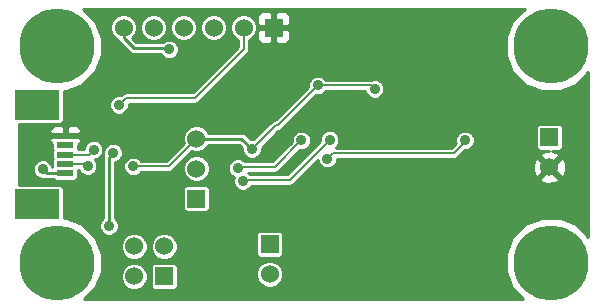
<source format=gbl>
G04 (created by PCBNEW (2013-05-31 BZR 4019)-stable) date 9/7/2014 5:27:28 PM*
%MOIN*%
G04 Gerber Fmt 3.4, Leading zero omitted, Abs format*
%FSLAX34Y34*%
G01*
G70*
G90*
G04 APERTURE LIST*
%ADD10C,0.00590551*%
%ADD11R,0.1496X0.0984*%
%ADD12R,0.0551X0.0197*%
%ADD13R,0.06X0.06*%
%ADD14C,0.06*%
%ADD15C,0.25*%
%ADD16C,0.035*%
%ADD17C,0.008*%
%ADD18C,0.01*%
%ADD19C,0.025*%
G04 APERTURE END LIST*
G54D10*
G54D11*
X44055Y-28956D03*
X44055Y-32264D03*
G54D12*
X45000Y-29980D03*
X45000Y-30295D03*
X45000Y-31240D03*
X45000Y-30925D03*
X45000Y-30610D03*
G54D13*
X49370Y-32082D03*
G54D14*
X49370Y-31082D03*
X49370Y-30082D03*
G54D13*
X48295Y-34673D03*
G54D14*
X47295Y-34673D03*
X48295Y-33673D03*
X47295Y-33673D03*
G54D13*
X51948Y-26377D03*
G54D14*
X50948Y-26377D03*
X49948Y-26377D03*
X48948Y-26377D03*
X47948Y-26377D03*
X46948Y-26377D03*
G54D13*
X61141Y-30031D03*
G54D14*
X61141Y-31031D03*
G54D15*
X44724Y-27007D03*
X44724Y-34212D03*
X61181Y-34212D03*
X61181Y-27007D03*
G54D13*
X51811Y-33594D03*
G54D14*
X51811Y-34594D03*
G54D16*
X46791Y-28956D03*
X45750Y-31000D03*
X45950Y-30450D03*
X48464Y-27106D03*
X46600Y-30550D03*
X46456Y-32992D03*
X47263Y-31003D03*
X55314Y-28425D03*
X53425Y-28307D03*
X51220Y-30433D03*
X58326Y-30137D03*
X53740Y-30748D03*
X47244Y-32519D03*
X46574Y-27559D03*
X46968Y-30236D03*
X50393Y-28759D03*
X55984Y-26082D03*
X51535Y-31889D03*
X55866Y-34251D03*
X56948Y-32381D03*
X56653Y-30236D03*
X57480Y-30039D03*
X59606Y-31397D03*
X52874Y-30137D03*
X50748Y-31062D03*
X53818Y-30118D03*
X50925Y-31496D03*
X44250Y-31100D03*
G54D17*
X50948Y-27102D02*
X50948Y-26377D01*
X49330Y-28720D02*
X50948Y-27102D01*
X47027Y-28720D02*
X49330Y-28720D01*
X46791Y-28956D02*
X47027Y-28720D01*
X45000Y-30925D02*
X45675Y-30925D01*
X45675Y-30925D02*
X45750Y-31000D01*
X45000Y-30610D02*
X45789Y-30610D01*
X45789Y-30610D02*
X45950Y-30450D01*
G54D18*
X46948Y-26732D02*
X46948Y-26377D01*
X47283Y-27066D02*
X46948Y-26732D01*
X48425Y-27066D02*
X47283Y-27066D01*
X48464Y-27106D02*
X48425Y-27066D01*
X46456Y-30693D02*
X46456Y-32992D01*
X46600Y-30550D02*
X46456Y-30693D01*
G54D17*
X47263Y-31003D02*
X48448Y-31003D01*
X48448Y-31003D02*
X49370Y-30082D01*
G54D18*
X49370Y-30082D02*
X50870Y-30082D01*
X50870Y-30082D02*
X51220Y-30433D01*
G54D17*
X53425Y-28307D02*
X55196Y-28307D01*
X55196Y-28307D02*
X55314Y-28425D01*
X52106Y-29625D02*
X53425Y-28307D01*
X52027Y-29625D02*
X52106Y-29625D01*
X51220Y-30433D02*
X52027Y-29625D01*
X58326Y-30196D02*
X58326Y-30137D01*
X57952Y-30570D02*
X58326Y-30196D01*
X53917Y-30570D02*
X57952Y-30570D01*
X53740Y-30748D02*
X53917Y-30570D01*
G54D19*
X59606Y-31397D02*
X59625Y-31397D01*
G54D17*
X51988Y-31023D02*
X52874Y-30137D01*
X50787Y-31023D02*
X51988Y-31023D01*
X50748Y-31062D02*
X50787Y-31023D01*
X52480Y-31456D02*
X53818Y-30118D01*
X50964Y-31456D02*
X52480Y-31456D01*
X50925Y-31496D02*
X50964Y-31456D01*
G54D18*
X45000Y-31240D02*
X44390Y-31240D01*
X44390Y-31240D02*
X44250Y-31100D01*
G54D10*
G36*
X62438Y-33349D02*
X62031Y-32941D01*
X61696Y-32802D01*
X61696Y-31113D01*
X61685Y-30894D01*
X61622Y-30743D01*
X61591Y-30734D01*
X61591Y-30301D01*
X61591Y-29701D01*
X61568Y-29646D01*
X61526Y-29604D01*
X61471Y-29581D01*
X61412Y-29581D01*
X60812Y-29581D01*
X60756Y-29604D01*
X60714Y-29646D01*
X60691Y-29701D01*
X60691Y-29761D01*
X60691Y-30361D01*
X60714Y-30416D01*
X60756Y-30458D01*
X60811Y-30481D01*
X60871Y-30481D01*
X61127Y-30481D01*
X61004Y-30487D01*
X60853Y-30550D01*
X60826Y-30645D01*
X61141Y-30960D01*
X61456Y-30645D01*
X61429Y-30550D01*
X61236Y-30481D01*
X61471Y-30481D01*
X61526Y-30458D01*
X61568Y-30416D01*
X61591Y-30361D01*
X61591Y-30301D01*
X61591Y-30734D01*
X61527Y-30716D01*
X61212Y-31031D01*
X61527Y-31346D01*
X61622Y-31319D01*
X61696Y-31113D01*
X61696Y-32802D01*
X61480Y-32712D01*
X61456Y-32712D01*
X61456Y-31417D01*
X61141Y-31102D01*
X61071Y-31172D01*
X61071Y-31031D01*
X60755Y-30716D01*
X60660Y-30743D01*
X60586Y-30949D01*
X60597Y-31168D01*
X60660Y-31319D01*
X60755Y-31346D01*
X61071Y-31031D01*
X61071Y-31172D01*
X60826Y-31417D01*
X60853Y-31512D01*
X61059Y-31586D01*
X61278Y-31575D01*
X61429Y-31512D01*
X61456Y-31417D01*
X61456Y-32712D01*
X60884Y-32712D01*
X60332Y-32940D01*
X59910Y-33361D01*
X59681Y-33912D01*
X59680Y-34509D01*
X59908Y-35061D01*
X60277Y-35431D01*
X58651Y-35431D01*
X58651Y-30073D01*
X58602Y-29953D01*
X58511Y-29862D01*
X58391Y-29812D01*
X58262Y-29812D01*
X58142Y-29862D01*
X58051Y-29953D01*
X58001Y-30072D01*
X58001Y-30202D01*
X58016Y-30238D01*
X57874Y-30380D01*
X55640Y-30380D01*
X55640Y-28360D01*
X55590Y-28241D01*
X55499Y-28149D01*
X55379Y-28100D01*
X55250Y-28100D01*
X55205Y-28118D01*
X55196Y-28117D01*
X53694Y-28117D01*
X53609Y-28031D01*
X53490Y-27982D01*
X53360Y-27982D01*
X53241Y-28031D01*
X53149Y-28122D01*
X53100Y-28242D01*
X53100Y-28363D01*
X52498Y-28964D01*
X52498Y-26628D01*
X52498Y-26127D01*
X52498Y-26028D01*
X52460Y-25936D01*
X52390Y-25865D01*
X52298Y-25827D01*
X52061Y-25827D01*
X51998Y-25890D01*
X51998Y-26327D01*
X52436Y-26327D01*
X52498Y-26265D01*
X52498Y-26127D01*
X52498Y-26628D01*
X52498Y-26490D01*
X52436Y-26427D01*
X51998Y-26427D01*
X51998Y-26865D01*
X52061Y-26927D01*
X52298Y-26927D01*
X52390Y-26890D01*
X52460Y-26819D01*
X52498Y-26727D01*
X52498Y-26628D01*
X52498Y-28964D01*
X52027Y-29435D01*
X52027Y-29435D01*
X52027Y-29435D01*
X52015Y-29438D01*
X51954Y-29450D01*
X51898Y-29487D01*
X51898Y-26865D01*
X51898Y-26427D01*
X51898Y-26327D01*
X51898Y-25890D01*
X51836Y-25827D01*
X51599Y-25827D01*
X51507Y-25865D01*
X51437Y-25936D01*
X51398Y-26028D01*
X51398Y-26127D01*
X51398Y-26265D01*
X51461Y-26327D01*
X51898Y-26327D01*
X51898Y-26427D01*
X51461Y-26427D01*
X51398Y-26490D01*
X51398Y-26288D01*
X51330Y-26123D01*
X51204Y-25996D01*
X51038Y-25928D01*
X50859Y-25927D01*
X50694Y-25996D01*
X50567Y-26122D01*
X50498Y-26288D01*
X50498Y-26467D01*
X50567Y-26632D01*
X50693Y-26759D01*
X50758Y-26786D01*
X50758Y-27023D01*
X50398Y-27383D01*
X50398Y-26288D01*
X50330Y-26123D01*
X50204Y-25996D01*
X50038Y-25928D01*
X49859Y-25927D01*
X49694Y-25996D01*
X49567Y-26122D01*
X49498Y-26288D01*
X49498Y-26467D01*
X49567Y-26632D01*
X49693Y-26759D01*
X49858Y-26827D01*
X50037Y-26828D01*
X50203Y-26759D01*
X50330Y-26633D01*
X50398Y-26467D01*
X50398Y-26288D01*
X50398Y-27383D01*
X49398Y-28383D01*
X49398Y-26288D01*
X49330Y-26123D01*
X49204Y-25996D01*
X49038Y-25928D01*
X48859Y-25927D01*
X48694Y-25996D01*
X48567Y-26122D01*
X48498Y-26288D01*
X48498Y-26467D01*
X48567Y-26632D01*
X48693Y-26759D01*
X48858Y-26827D01*
X49037Y-26828D01*
X49203Y-26759D01*
X49330Y-26633D01*
X49398Y-26467D01*
X49398Y-26288D01*
X49398Y-28383D01*
X49252Y-28530D01*
X48789Y-28530D01*
X48789Y-27041D01*
X48740Y-26922D01*
X48648Y-26830D01*
X48529Y-26781D01*
X48400Y-26781D01*
X48398Y-26781D01*
X48398Y-26288D01*
X48330Y-26123D01*
X48204Y-25996D01*
X48038Y-25928D01*
X47859Y-25927D01*
X47694Y-25996D01*
X47567Y-26122D01*
X47498Y-26288D01*
X47498Y-26467D01*
X47567Y-26632D01*
X47693Y-26759D01*
X47858Y-26827D01*
X48037Y-26828D01*
X48203Y-26759D01*
X48330Y-26633D01*
X48398Y-26467D01*
X48398Y-26288D01*
X48398Y-26781D01*
X48280Y-26830D01*
X48244Y-26866D01*
X47366Y-26866D01*
X47231Y-26731D01*
X47330Y-26633D01*
X47398Y-26467D01*
X47398Y-26288D01*
X47330Y-26123D01*
X47204Y-25996D01*
X47038Y-25928D01*
X46859Y-25927D01*
X46694Y-25996D01*
X46567Y-26122D01*
X46498Y-26288D01*
X46498Y-26467D01*
X46567Y-26632D01*
X46693Y-26759D01*
X46759Y-26786D01*
X46764Y-26808D01*
X46807Y-26873D01*
X47142Y-27208D01*
X47142Y-27208D01*
X47185Y-27237D01*
X47206Y-27251D01*
X47206Y-27251D01*
X47283Y-27266D01*
X48179Y-27266D01*
X48188Y-27290D01*
X48280Y-27381D01*
X48399Y-27431D01*
X48528Y-27431D01*
X48648Y-27381D01*
X48739Y-27290D01*
X48789Y-27171D01*
X48789Y-27041D01*
X48789Y-28530D01*
X47027Y-28530D01*
X46954Y-28544D01*
X46893Y-28586D01*
X46847Y-28631D01*
X46726Y-28631D01*
X46607Y-28681D01*
X46515Y-28772D01*
X46466Y-28891D01*
X46466Y-29021D01*
X46515Y-29140D01*
X46607Y-29232D01*
X46726Y-29281D01*
X46855Y-29281D01*
X46975Y-29232D01*
X47066Y-29141D01*
X47116Y-29021D01*
X47116Y-28910D01*
X49330Y-28910D01*
X49403Y-28896D01*
X49465Y-28854D01*
X51083Y-27236D01*
X51083Y-27236D01*
X51083Y-27236D01*
X51124Y-27175D01*
X51138Y-27102D01*
X51138Y-27102D01*
X51138Y-27102D01*
X51138Y-26786D01*
X51203Y-26759D01*
X51330Y-26633D01*
X51398Y-26467D01*
X51398Y-26288D01*
X51398Y-26490D01*
X51398Y-26490D01*
X51398Y-26628D01*
X51398Y-26727D01*
X51437Y-26819D01*
X51507Y-26890D01*
X51599Y-26927D01*
X51836Y-26927D01*
X51898Y-26865D01*
X51898Y-29487D01*
X51893Y-29491D01*
X51893Y-29491D01*
X51276Y-30108D01*
X51178Y-30108D01*
X51011Y-29941D01*
X50946Y-29897D01*
X50870Y-29882D01*
X49774Y-29882D01*
X49751Y-29828D01*
X49625Y-29701D01*
X49459Y-29632D01*
X49280Y-29632D01*
X49115Y-29700D01*
X48988Y-29827D01*
X48920Y-29992D01*
X48920Y-30171D01*
X48946Y-30237D01*
X48370Y-30813D01*
X47533Y-30813D01*
X47448Y-30728D01*
X47328Y-30678D01*
X47199Y-30678D01*
X47079Y-30728D01*
X46988Y-30819D01*
X46938Y-30939D01*
X46938Y-31068D01*
X46988Y-31187D01*
X47079Y-31279D01*
X47198Y-31328D01*
X47328Y-31328D01*
X47447Y-31279D01*
X47533Y-31193D01*
X48448Y-31193D01*
X48521Y-31179D01*
X48583Y-31138D01*
X49215Y-30505D01*
X49280Y-30532D01*
X49459Y-30532D01*
X49624Y-30464D01*
X49751Y-30337D01*
X49774Y-30282D01*
X50787Y-30282D01*
X50895Y-30390D01*
X50895Y-30497D01*
X50944Y-30616D01*
X51036Y-30708D01*
X51155Y-30758D01*
X51284Y-30758D01*
X51404Y-30708D01*
X51495Y-30617D01*
X51545Y-30498D01*
X51545Y-30376D01*
X52106Y-29815D01*
X52106Y-29815D01*
X52179Y-29801D01*
X52240Y-29760D01*
X53368Y-28632D01*
X53489Y-28632D01*
X53609Y-28582D01*
X53694Y-28497D01*
X54993Y-28497D01*
X55039Y-28609D01*
X55130Y-28700D01*
X55250Y-28750D01*
X55379Y-28750D01*
X55498Y-28700D01*
X55590Y-28609D01*
X55639Y-28490D01*
X55640Y-28360D01*
X55640Y-30380D01*
X54015Y-30380D01*
X54094Y-30302D01*
X54143Y-30183D01*
X54143Y-30053D01*
X54094Y-29934D01*
X54003Y-29842D01*
X53883Y-29793D01*
X53754Y-29793D01*
X53635Y-29842D01*
X53543Y-29933D01*
X53493Y-30053D01*
X53493Y-30174D01*
X52401Y-31266D01*
X51155Y-31266D01*
X51109Y-31220D01*
X51092Y-31213D01*
X51988Y-31213D01*
X52060Y-31199D01*
X52122Y-31157D01*
X52817Y-30462D01*
X52938Y-30462D01*
X53057Y-30413D01*
X53149Y-30322D01*
X53198Y-30202D01*
X53199Y-30073D01*
X53149Y-29953D01*
X53058Y-29862D01*
X52938Y-29812D01*
X52809Y-29812D01*
X52690Y-29862D01*
X52598Y-29953D01*
X52549Y-30072D01*
X52548Y-30194D01*
X51909Y-30833D01*
X50978Y-30833D01*
X50932Y-30787D01*
X50812Y-30738D01*
X50683Y-30737D01*
X50564Y-30787D01*
X50472Y-30878D01*
X50423Y-30998D01*
X50422Y-31127D01*
X50472Y-31246D01*
X50563Y-31338D01*
X50627Y-31364D01*
X50600Y-31431D01*
X50600Y-31560D01*
X50649Y-31679D01*
X50740Y-31771D01*
X50860Y-31821D01*
X50989Y-31821D01*
X51109Y-31771D01*
X51200Y-31680D01*
X51214Y-31646D01*
X52480Y-31646D01*
X52553Y-31632D01*
X52614Y-31591D01*
X53415Y-30790D01*
X53415Y-30812D01*
X53464Y-30931D01*
X53555Y-31023D01*
X53675Y-31072D01*
X53804Y-31073D01*
X53924Y-31023D01*
X54015Y-30932D01*
X54065Y-30812D01*
X54065Y-30760D01*
X57952Y-30760D01*
X58025Y-30746D01*
X58087Y-30705D01*
X58329Y-30462D01*
X58391Y-30462D01*
X58510Y-30413D01*
X58602Y-30322D01*
X58651Y-30202D01*
X58651Y-30073D01*
X58651Y-35431D01*
X52261Y-35431D01*
X52261Y-34505D01*
X52261Y-34505D01*
X52261Y-33864D01*
X52261Y-33264D01*
X52238Y-33209D01*
X52196Y-33167D01*
X52140Y-33144D01*
X52081Y-33144D01*
X51481Y-33144D01*
X51426Y-33167D01*
X51383Y-33209D01*
X51361Y-33264D01*
X51360Y-33324D01*
X51360Y-33924D01*
X51383Y-33979D01*
X51425Y-34021D01*
X51481Y-34044D01*
X51540Y-34044D01*
X52140Y-34044D01*
X52195Y-34021D01*
X52238Y-33979D01*
X52260Y-33924D01*
X52261Y-33864D01*
X52261Y-34505D01*
X52192Y-34339D01*
X52066Y-34213D01*
X51900Y-34144D01*
X51721Y-34144D01*
X51556Y-34212D01*
X51429Y-34339D01*
X51361Y-34504D01*
X51360Y-34683D01*
X51429Y-34849D01*
X51555Y-34975D01*
X51721Y-35044D01*
X51900Y-35044D01*
X52065Y-34976D01*
X52192Y-34849D01*
X52260Y-34684D01*
X52261Y-34505D01*
X52261Y-35431D01*
X49820Y-35431D01*
X49820Y-30993D01*
X49751Y-30828D01*
X49625Y-30701D01*
X49459Y-30632D01*
X49280Y-30632D01*
X49115Y-30700D01*
X48988Y-30827D01*
X48920Y-30992D01*
X48920Y-31171D01*
X48988Y-31337D01*
X49114Y-31463D01*
X49280Y-31532D01*
X49459Y-31532D01*
X49624Y-31464D01*
X49751Y-31337D01*
X49820Y-31172D01*
X49820Y-30993D01*
X49820Y-35431D01*
X49820Y-35431D01*
X49820Y-32352D01*
X49820Y-31752D01*
X49797Y-31697D01*
X49755Y-31655D01*
X49700Y-31632D01*
X49640Y-31632D01*
X49040Y-31632D01*
X48985Y-31655D01*
X48942Y-31697D01*
X48920Y-31752D01*
X48920Y-31812D01*
X48920Y-32412D01*
X48942Y-32467D01*
X48984Y-32509D01*
X49040Y-32532D01*
X49099Y-32532D01*
X49699Y-32532D01*
X49754Y-32509D01*
X49797Y-32467D01*
X49820Y-32412D01*
X49820Y-32352D01*
X49820Y-35431D01*
X48745Y-35431D01*
X48745Y-33584D01*
X48676Y-33418D01*
X48550Y-33291D01*
X48385Y-33223D01*
X48206Y-33223D01*
X48040Y-33291D01*
X47914Y-33417D01*
X47845Y-33583D01*
X47845Y-33762D01*
X47913Y-33927D01*
X48040Y-34054D01*
X48205Y-34123D01*
X48384Y-34123D01*
X48549Y-34054D01*
X48676Y-33928D01*
X48745Y-33763D01*
X48745Y-33584D01*
X48745Y-35431D01*
X48745Y-35431D01*
X48745Y-34943D01*
X48745Y-34343D01*
X48722Y-34288D01*
X48680Y-34246D01*
X48625Y-34223D01*
X48565Y-34223D01*
X47965Y-34223D01*
X47910Y-34245D01*
X47868Y-34288D01*
X47845Y-34343D01*
X47845Y-34402D01*
X47845Y-35002D01*
X47868Y-35058D01*
X47910Y-35100D01*
X47965Y-35123D01*
X48024Y-35123D01*
X48624Y-35123D01*
X48680Y-35100D01*
X48722Y-35058D01*
X48745Y-35003D01*
X48745Y-34943D01*
X48745Y-35431D01*
X47745Y-35431D01*
X47745Y-34584D01*
X47745Y-33584D01*
X47676Y-33418D01*
X47550Y-33291D01*
X47385Y-33223D01*
X47206Y-33223D01*
X47040Y-33291D01*
X46925Y-33406D01*
X46925Y-30485D01*
X46875Y-30366D01*
X46784Y-30274D01*
X46664Y-30225D01*
X46535Y-30224D01*
X46416Y-30274D01*
X46324Y-30365D01*
X46275Y-30485D01*
X46275Y-30385D01*
X46225Y-30266D01*
X46134Y-30174D01*
X46014Y-30125D01*
X45885Y-30124D01*
X45766Y-30174D01*
X45674Y-30265D01*
X45625Y-30385D01*
X45625Y-30420D01*
X45425Y-30420D01*
X45425Y-30364D01*
X45425Y-30282D01*
X45487Y-30220D01*
X45525Y-30128D01*
X45525Y-29832D01*
X45487Y-29740D01*
X45417Y-29669D01*
X45325Y-29631D01*
X45226Y-29631D01*
X45112Y-29631D01*
X45050Y-29694D01*
X45050Y-29930D01*
X45463Y-29930D01*
X45525Y-29868D01*
X45525Y-29832D01*
X45525Y-30128D01*
X45525Y-30091D01*
X45463Y-30029D01*
X45050Y-30029D01*
X45050Y-30038D01*
X44950Y-30038D01*
X44950Y-30029D01*
X44950Y-29930D01*
X44950Y-29694D01*
X44887Y-29631D01*
X44774Y-29631D01*
X44674Y-29631D01*
X44583Y-29669D01*
X44512Y-29740D01*
X44474Y-29832D01*
X44474Y-29868D01*
X44537Y-29930D01*
X44950Y-29930D01*
X44950Y-30029D01*
X44537Y-30029D01*
X44474Y-30091D01*
X44474Y-30128D01*
X44512Y-30220D01*
X44574Y-30282D01*
X44574Y-30423D01*
X44587Y-30452D01*
X44574Y-30481D01*
X44574Y-30541D01*
X44574Y-30738D01*
X44587Y-30767D01*
X44574Y-30796D01*
X44574Y-30856D01*
X44574Y-31035D01*
X44525Y-30916D01*
X44434Y-30824D01*
X44314Y-30775D01*
X44185Y-30774D01*
X44066Y-30824D01*
X43974Y-30915D01*
X43925Y-31035D01*
X43924Y-31164D01*
X43974Y-31283D01*
X44065Y-31375D01*
X44185Y-31424D01*
X44313Y-31425D01*
X44313Y-31425D01*
X44390Y-31440D01*
X44390Y-31440D01*
X44614Y-31440D01*
X44639Y-31465D01*
X44694Y-31488D01*
X44754Y-31488D01*
X45305Y-31488D01*
X45360Y-31465D01*
X45403Y-31423D01*
X45425Y-31368D01*
X45425Y-31309D01*
X45425Y-31115D01*
X45445Y-31115D01*
X45474Y-31183D01*
X45565Y-31275D01*
X45685Y-31324D01*
X45814Y-31325D01*
X45933Y-31275D01*
X46025Y-31184D01*
X46074Y-31064D01*
X46075Y-30935D01*
X46025Y-30816D01*
X45984Y-30775D01*
X46014Y-30775D01*
X46133Y-30725D01*
X46225Y-30634D01*
X46274Y-30514D01*
X46275Y-30385D01*
X46275Y-30485D01*
X46274Y-30612D01*
X46271Y-30616D01*
X46256Y-30693D01*
X46256Y-32732D01*
X46181Y-32807D01*
X46131Y-32927D01*
X46131Y-33056D01*
X46181Y-33175D01*
X46272Y-33267D01*
X46391Y-33317D01*
X46521Y-33317D01*
X46640Y-33267D01*
X46732Y-33176D01*
X46781Y-33057D01*
X46781Y-32927D01*
X46732Y-32808D01*
X46656Y-32732D01*
X46656Y-30875D01*
X46664Y-30875D01*
X46783Y-30825D01*
X46875Y-30734D01*
X46924Y-30614D01*
X46925Y-30485D01*
X46925Y-33406D01*
X46914Y-33417D01*
X46845Y-33583D01*
X46845Y-33762D01*
X46913Y-33927D01*
X47040Y-34054D01*
X47205Y-34123D01*
X47384Y-34123D01*
X47549Y-34054D01*
X47676Y-33928D01*
X47745Y-33763D01*
X47745Y-33584D01*
X47745Y-34584D01*
X47676Y-34418D01*
X47550Y-34291D01*
X47385Y-34223D01*
X47206Y-34223D01*
X47040Y-34291D01*
X46914Y-34417D01*
X46845Y-34583D01*
X46845Y-34762D01*
X46913Y-34927D01*
X47040Y-35054D01*
X47205Y-35123D01*
X47384Y-35123D01*
X47549Y-35054D01*
X47676Y-34928D01*
X47745Y-34763D01*
X47745Y-34584D01*
X47745Y-35431D01*
X45627Y-35431D01*
X45995Y-35063D01*
X46224Y-34512D01*
X46224Y-33915D01*
X45996Y-33364D01*
X45575Y-32941D01*
X45024Y-32712D01*
X44953Y-32712D01*
X44953Y-31742D01*
X44930Y-31687D01*
X44888Y-31645D01*
X44833Y-31622D01*
X44773Y-31622D01*
X43466Y-31622D01*
X43466Y-29598D01*
X44833Y-29598D01*
X44888Y-29575D01*
X44930Y-29533D01*
X44953Y-29478D01*
X44953Y-29418D01*
X44953Y-28508D01*
X45021Y-28508D01*
X45572Y-28280D01*
X45995Y-27858D01*
X46224Y-27307D01*
X46224Y-26710D01*
X45996Y-26159D01*
X45588Y-25750D01*
X60317Y-25750D01*
X59910Y-26157D01*
X59681Y-26708D01*
X59680Y-27304D01*
X59908Y-27856D01*
X60330Y-28278D01*
X60881Y-28507D01*
X61478Y-28508D01*
X62029Y-28280D01*
X62438Y-27871D01*
X62438Y-33349D01*
X62438Y-33349D01*
G37*
G54D18*
X62438Y-33349D02*
X62031Y-32941D01*
X61696Y-32802D01*
X61696Y-31113D01*
X61685Y-30894D01*
X61622Y-30743D01*
X61591Y-30734D01*
X61591Y-30301D01*
X61591Y-29701D01*
X61568Y-29646D01*
X61526Y-29604D01*
X61471Y-29581D01*
X61412Y-29581D01*
X60812Y-29581D01*
X60756Y-29604D01*
X60714Y-29646D01*
X60691Y-29701D01*
X60691Y-29761D01*
X60691Y-30361D01*
X60714Y-30416D01*
X60756Y-30458D01*
X60811Y-30481D01*
X60871Y-30481D01*
X61127Y-30481D01*
X61004Y-30487D01*
X60853Y-30550D01*
X60826Y-30645D01*
X61141Y-30960D01*
X61456Y-30645D01*
X61429Y-30550D01*
X61236Y-30481D01*
X61471Y-30481D01*
X61526Y-30458D01*
X61568Y-30416D01*
X61591Y-30361D01*
X61591Y-30301D01*
X61591Y-30734D01*
X61527Y-30716D01*
X61212Y-31031D01*
X61527Y-31346D01*
X61622Y-31319D01*
X61696Y-31113D01*
X61696Y-32802D01*
X61480Y-32712D01*
X61456Y-32712D01*
X61456Y-31417D01*
X61141Y-31102D01*
X61071Y-31172D01*
X61071Y-31031D01*
X60755Y-30716D01*
X60660Y-30743D01*
X60586Y-30949D01*
X60597Y-31168D01*
X60660Y-31319D01*
X60755Y-31346D01*
X61071Y-31031D01*
X61071Y-31172D01*
X60826Y-31417D01*
X60853Y-31512D01*
X61059Y-31586D01*
X61278Y-31575D01*
X61429Y-31512D01*
X61456Y-31417D01*
X61456Y-32712D01*
X60884Y-32712D01*
X60332Y-32940D01*
X59910Y-33361D01*
X59681Y-33912D01*
X59680Y-34509D01*
X59908Y-35061D01*
X60277Y-35431D01*
X58651Y-35431D01*
X58651Y-30073D01*
X58602Y-29953D01*
X58511Y-29862D01*
X58391Y-29812D01*
X58262Y-29812D01*
X58142Y-29862D01*
X58051Y-29953D01*
X58001Y-30072D01*
X58001Y-30202D01*
X58016Y-30238D01*
X57874Y-30380D01*
X55640Y-30380D01*
X55640Y-28360D01*
X55590Y-28241D01*
X55499Y-28149D01*
X55379Y-28100D01*
X55250Y-28100D01*
X55205Y-28118D01*
X55196Y-28117D01*
X53694Y-28117D01*
X53609Y-28031D01*
X53490Y-27982D01*
X53360Y-27982D01*
X53241Y-28031D01*
X53149Y-28122D01*
X53100Y-28242D01*
X53100Y-28363D01*
X52498Y-28964D01*
X52498Y-26628D01*
X52498Y-26127D01*
X52498Y-26028D01*
X52460Y-25936D01*
X52390Y-25865D01*
X52298Y-25827D01*
X52061Y-25827D01*
X51998Y-25890D01*
X51998Y-26327D01*
X52436Y-26327D01*
X52498Y-26265D01*
X52498Y-26127D01*
X52498Y-26628D01*
X52498Y-26490D01*
X52436Y-26427D01*
X51998Y-26427D01*
X51998Y-26865D01*
X52061Y-26927D01*
X52298Y-26927D01*
X52390Y-26890D01*
X52460Y-26819D01*
X52498Y-26727D01*
X52498Y-26628D01*
X52498Y-28964D01*
X52027Y-29435D01*
X52027Y-29435D01*
X52027Y-29435D01*
X52015Y-29438D01*
X51954Y-29450D01*
X51898Y-29487D01*
X51898Y-26865D01*
X51898Y-26427D01*
X51898Y-26327D01*
X51898Y-25890D01*
X51836Y-25827D01*
X51599Y-25827D01*
X51507Y-25865D01*
X51437Y-25936D01*
X51398Y-26028D01*
X51398Y-26127D01*
X51398Y-26265D01*
X51461Y-26327D01*
X51898Y-26327D01*
X51898Y-26427D01*
X51461Y-26427D01*
X51398Y-26490D01*
X51398Y-26288D01*
X51330Y-26123D01*
X51204Y-25996D01*
X51038Y-25928D01*
X50859Y-25927D01*
X50694Y-25996D01*
X50567Y-26122D01*
X50498Y-26288D01*
X50498Y-26467D01*
X50567Y-26632D01*
X50693Y-26759D01*
X50758Y-26786D01*
X50758Y-27023D01*
X50398Y-27383D01*
X50398Y-26288D01*
X50330Y-26123D01*
X50204Y-25996D01*
X50038Y-25928D01*
X49859Y-25927D01*
X49694Y-25996D01*
X49567Y-26122D01*
X49498Y-26288D01*
X49498Y-26467D01*
X49567Y-26632D01*
X49693Y-26759D01*
X49858Y-26827D01*
X50037Y-26828D01*
X50203Y-26759D01*
X50330Y-26633D01*
X50398Y-26467D01*
X50398Y-26288D01*
X50398Y-27383D01*
X49398Y-28383D01*
X49398Y-26288D01*
X49330Y-26123D01*
X49204Y-25996D01*
X49038Y-25928D01*
X48859Y-25927D01*
X48694Y-25996D01*
X48567Y-26122D01*
X48498Y-26288D01*
X48498Y-26467D01*
X48567Y-26632D01*
X48693Y-26759D01*
X48858Y-26827D01*
X49037Y-26828D01*
X49203Y-26759D01*
X49330Y-26633D01*
X49398Y-26467D01*
X49398Y-26288D01*
X49398Y-28383D01*
X49252Y-28530D01*
X48789Y-28530D01*
X48789Y-27041D01*
X48740Y-26922D01*
X48648Y-26830D01*
X48529Y-26781D01*
X48400Y-26781D01*
X48398Y-26781D01*
X48398Y-26288D01*
X48330Y-26123D01*
X48204Y-25996D01*
X48038Y-25928D01*
X47859Y-25927D01*
X47694Y-25996D01*
X47567Y-26122D01*
X47498Y-26288D01*
X47498Y-26467D01*
X47567Y-26632D01*
X47693Y-26759D01*
X47858Y-26827D01*
X48037Y-26828D01*
X48203Y-26759D01*
X48330Y-26633D01*
X48398Y-26467D01*
X48398Y-26288D01*
X48398Y-26781D01*
X48280Y-26830D01*
X48244Y-26866D01*
X47366Y-26866D01*
X47231Y-26731D01*
X47330Y-26633D01*
X47398Y-26467D01*
X47398Y-26288D01*
X47330Y-26123D01*
X47204Y-25996D01*
X47038Y-25928D01*
X46859Y-25927D01*
X46694Y-25996D01*
X46567Y-26122D01*
X46498Y-26288D01*
X46498Y-26467D01*
X46567Y-26632D01*
X46693Y-26759D01*
X46759Y-26786D01*
X46764Y-26808D01*
X46807Y-26873D01*
X47142Y-27208D01*
X47142Y-27208D01*
X47185Y-27237D01*
X47206Y-27251D01*
X47206Y-27251D01*
X47283Y-27266D01*
X48179Y-27266D01*
X48188Y-27290D01*
X48280Y-27381D01*
X48399Y-27431D01*
X48528Y-27431D01*
X48648Y-27381D01*
X48739Y-27290D01*
X48789Y-27171D01*
X48789Y-27041D01*
X48789Y-28530D01*
X47027Y-28530D01*
X46954Y-28544D01*
X46893Y-28586D01*
X46847Y-28631D01*
X46726Y-28631D01*
X46607Y-28681D01*
X46515Y-28772D01*
X46466Y-28891D01*
X46466Y-29021D01*
X46515Y-29140D01*
X46607Y-29232D01*
X46726Y-29281D01*
X46855Y-29281D01*
X46975Y-29232D01*
X47066Y-29141D01*
X47116Y-29021D01*
X47116Y-28910D01*
X49330Y-28910D01*
X49403Y-28896D01*
X49465Y-28854D01*
X51083Y-27236D01*
X51083Y-27236D01*
X51083Y-27236D01*
X51124Y-27175D01*
X51138Y-27102D01*
X51138Y-27102D01*
X51138Y-27102D01*
X51138Y-26786D01*
X51203Y-26759D01*
X51330Y-26633D01*
X51398Y-26467D01*
X51398Y-26288D01*
X51398Y-26490D01*
X51398Y-26490D01*
X51398Y-26628D01*
X51398Y-26727D01*
X51437Y-26819D01*
X51507Y-26890D01*
X51599Y-26927D01*
X51836Y-26927D01*
X51898Y-26865D01*
X51898Y-29487D01*
X51893Y-29491D01*
X51893Y-29491D01*
X51276Y-30108D01*
X51178Y-30108D01*
X51011Y-29941D01*
X50946Y-29897D01*
X50870Y-29882D01*
X49774Y-29882D01*
X49751Y-29828D01*
X49625Y-29701D01*
X49459Y-29632D01*
X49280Y-29632D01*
X49115Y-29700D01*
X48988Y-29827D01*
X48920Y-29992D01*
X48920Y-30171D01*
X48946Y-30237D01*
X48370Y-30813D01*
X47533Y-30813D01*
X47448Y-30728D01*
X47328Y-30678D01*
X47199Y-30678D01*
X47079Y-30728D01*
X46988Y-30819D01*
X46938Y-30939D01*
X46938Y-31068D01*
X46988Y-31187D01*
X47079Y-31279D01*
X47198Y-31328D01*
X47328Y-31328D01*
X47447Y-31279D01*
X47533Y-31193D01*
X48448Y-31193D01*
X48521Y-31179D01*
X48583Y-31138D01*
X49215Y-30505D01*
X49280Y-30532D01*
X49459Y-30532D01*
X49624Y-30464D01*
X49751Y-30337D01*
X49774Y-30282D01*
X50787Y-30282D01*
X50895Y-30390D01*
X50895Y-30497D01*
X50944Y-30616D01*
X51036Y-30708D01*
X51155Y-30758D01*
X51284Y-30758D01*
X51404Y-30708D01*
X51495Y-30617D01*
X51545Y-30498D01*
X51545Y-30376D01*
X52106Y-29815D01*
X52106Y-29815D01*
X52179Y-29801D01*
X52240Y-29760D01*
X53368Y-28632D01*
X53489Y-28632D01*
X53609Y-28582D01*
X53694Y-28497D01*
X54993Y-28497D01*
X55039Y-28609D01*
X55130Y-28700D01*
X55250Y-28750D01*
X55379Y-28750D01*
X55498Y-28700D01*
X55590Y-28609D01*
X55639Y-28490D01*
X55640Y-28360D01*
X55640Y-30380D01*
X54015Y-30380D01*
X54094Y-30302D01*
X54143Y-30183D01*
X54143Y-30053D01*
X54094Y-29934D01*
X54003Y-29842D01*
X53883Y-29793D01*
X53754Y-29793D01*
X53635Y-29842D01*
X53543Y-29933D01*
X53493Y-30053D01*
X53493Y-30174D01*
X52401Y-31266D01*
X51155Y-31266D01*
X51109Y-31220D01*
X51092Y-31213D01*
X51988Y-31213D01*
X52060Y-31199D01*
X52122Y-31157D01*
X52817Y-30462D01*
X52938Y-30462D01*
X53057Y-30413D01*
X53149Y-30322D01*
X53198Y-30202D01*
X53199Y-30073D01*
X53149Y-29953D01*
X53058Y-29862D01*
X52938Y-29812D01*
X52809Y-29812D01*
X52690Y-29862D01*
X52598Y-29953D01*
X52549Y-30072D01*
X52548Y-30194D01*
X51909Y-30833D01*
X50978Y-30833D01*
X50932Y-30787D01*
X50812Y-30738D01*
X50683Y-30737D01*
X50564Y-30787D01*
X50472Y-30878D01*
X50423Y-30998D01*
X50422Y-31127D01*
X50472Y-31246D01*
X50563Y-31338D01*
X50627Y-31364D01*
X50600Y-31431D01*
X50600Y-31560D01*
X50649Y-31679D01*
X50740Y-31771D01*
X50860Y-31821D01*
X50989Y-31821D01*
X51109Y-31771D01*
X51200Y-31680D01*
X51214Y-31646D01*
X52480Y-31646D01*
X52553Y-31632D01*
X52614Y-31591D01*
X53415Y-30790D01*
X53415Y-30812D01*
X53464Y-30931D01*
X53555Y-31023D01*
X53675Y-31072D01*
X53804Y-31073D01*
X53924Y-31023D01*
X54015Y-30932D01*
X54065Y-30812D01*
X54065Y-30760D01*
X57952Y-30760D01*
X58025Y-30746D01*
X58087Y-30705D01*
X58329Y-30462D01*
X58391Y-30462D01*
X58510Y-30413D01*
X58602Y-30322D01*
X58651Y-30202D01*
X58651Y-30073D01*
X58651Y-35431D01*
X52261Y-35431D01*
X52261Y-34505D01*
X52261Y-34505D01*
X52261Y-33864D01*
X52261Y-33264D01*
X52238Y-33209D01*
X52196Y-33167D01*
X52140Y-33144D01*
X52081Y-33144D01*
X51481Y-33144D01*
X51426Y-33167D01*
X51383Y-33209D01*
X51361Y-33264D01*
X51360Y-33324D01*
X51360Y-33924D01*
X51383Y-33979D01*
X51425Y-34021D01*
X51481Y-34044D01*
X51540Y-34044D01*
X52140Y-34044D01*
X52195Y-34021D01*
X52238Y-33979D01*
X52260Y-33924D01*
X52261Y-33864D01*
X52261Y-34505D01*
X52192Y-34339D01*
X52066Y-34213D01*
X51900Y-34144D01*
X51721Y-34144D01*
X51556Y-34212D01*
X51429Y-34339D01*
X51361Y-34504D01*
X51360Y-34683D01*
X51429Y-34849D01*
X51555Y-34975D01*
X51721Y-35044D01*
X51900Y-35044D01*
X52065Y-34976D01*
X52192Y-34849D01*
X52260Y-34684D01*
X52261Y-34505D01*
X52261Y-35431D01*
X49820Y-35431D01*
X49820Y-30993D01*
X49751Y-30828D01*
X49625Y-30701D01*
X49459Y-30632D01*
X49280Y-30632D01*
X49115Y-30700D01*
X48988Y-30827D01*
X48920Y-30992D01*
X48920Y-31171D01*
X48988Y-31337D01*
X49114Y-31463D01*
X49280Y-31532D01*
X49459Y-31532D01*
X49624Y-31464D01*
X49751Y-31337D01*
X49820Y-31172D01*
X49820Y-30993D01*
X49820Y-35431D01*
X49820Y-35431D01*
X49820Y-32352D01*
X49820Y-31752D01*
X49797Y-31697D01*
X49755Y-31655D01*
X49700Y-31632D01*
X49640Y-31632D01*
X49040Y-31632D01*
X48985Y-31655D01*
X48942Y-31697D01*
X48920Y-31752D01*
X48920Y-31812D01*
X48920Y-32412D01*
X48942Y-32467D01*
X48984Y-32509D01*
X49040Y-32532D01*
X49099Y-32532D01*
X49699Y-32532D01*
X49754Y-32509D01*
X49797Y-32467D01*
X49820Y-32412D01*
X49820Y-32352D01*
X49820Y-35431D01*
X48745Y-35431D01*
X48745Y-33584D01*
X48676Y-33418D01*
X48550Y-33291D01*
X48385Y-33223D01*
X48206Y-33223D01*
X48040Y-33291D01*
X47914Y-33417D01*
X47845Y-33583D01*
X47845Y-33762D01*
X47913Y-33927D01*
X48040Y-34054D01*
X48205Y-34123D01*
X48384Y-34123D01*
X48549Y-34054D01*
X48676Y-33928D01*
X48745Y-33763D01*
X48745Y-33584D01*
X48745Y-35431D01*
X48745Y-35431D01*
X48745Y-34943D01*
X48745Y-34343D01*
X48722Y-34288D01*
X48680Y-34246D01*
X48625Y-34223D01*
X48565Y-34223D01*
X47965Y-34223D01*
X47910Y-34245D01*
X47868Y-34288D01*
X47845Y-34343D01*
X47845Y-34402D01*
X47845Y-35002D01*
X47868Y-35058D01*
X47910Y-35100D01*
X47965Y-35123D01*
X48024Y-35123D01*
X48624Y-35123D01*
X48680Y-35100D01*
X48722Y-35058D01*
X48745Y-35003D01*
X48745Y-34943D01*
X48745Y-35431D01*
X47745Y-35431D01*
X47745Y-34584D01*
X47745Y-33584D01*
X47676Y-33418D01*
X47550Y-33291D01*
X47385Y-33223D01*
X47206Y-33223D01*
X47040Y-33291D01*
X46925Y-33406D01*
X46925Y-30485D01*
X46875Y-30366D01*
X46784Y-30274D01*
X46664Y-30225D01*
X46535Y-30224D01*
X46416Y-30274D01*
X46324Y-30365D01*
X46275Y-30485D01*
X46275Y-30385D01*
X46225Y-30266D01*
X46134Y-30174D01*
X46014Y-30125D01*
X45885Y-30124D01*
X45766Y-30174D01*
X45674Y-30265D01*
X45625Y-30385D01*
X45625Y-30420D01*
X45425Y-30420D01*
X45425Y-30364D01*
X45425Y-30282D01*
X45487Y-30220D01*
X45525Y-30128D01*
X45525Y-29832D01*
X45487Y-29740D01*
X45417Y-29669D01*
X45325Y-29631D01*
X45226Y-29631D01*
X45112Y-29631D01*
X45050Y-29694D01*
X45050Y-29930D01*
X45463Y-29930D01*
X45525Y-29868D01*
X45525Y-29832D01*
X45525Y-30128D01*
X45525Y-30091D01*
X45463Y-30029D01*
X45050Y-30029D01*
X45050Y-30038D01*
X44950Y-30038D01*
X44950Y-30029D01*
X44950Y-29930D01*
X44950Y-29694D01*
X44887Y-29631D01*
X44774Y-29631D01*
X44674Y-29631D01*
X44583Y-29669D01*
X44512Y-29740D01*
X44474Y-29832D01*
X44474Y-29868D01*
X44537Y-29930D01*
X44950Y-29930D01*
X44950Y-30029D01*
X44537Y-30029D01*
X44474Y-30091D01*
X44474Y-30128D01*
X44512Y-30220D01*
X44574Y-30282D01*
X44574Y-30423D01*
X44587Y-30452D01*
X44574Y-30481D01*
X44574Y-30541D01*
X44574Y-30738D01*
X44587Y-30767D01*
X44574Y-30796D01*
X44574Y-30856D01*
X44574Y-31035D01*
X44525Y-30916D01*
X44434Y-30824D01*
X44314Y-30775D01*
X44185Y-30774D01*
X44066Y-30824D01*
X43974Y-30915D01*
X43925Y-31035D01*
X43924Y-31164D01*
X43974Y-31283D01*
X44065Y-31375D01*
X44185Y-31424D01*
X44313Y-31425D01*
X44313Y-31425D01*
X44390Y-31440D01*
X44390Y-31440D01*
X44614Y-31440D01*
X44639Y-31465D01*
X44694Y-31488D01*
X44754Y-31488D01*
X45305Y-31488D01*
X45360Y-31465D01*
X45403Y-31423D01*
X45425Y-31368D01*
X45425Y-31309D01*
X45425Y-31115D01*
X45445Y-31115D01*
X45474Y-31183D01*
X45565Y-31275D01*
X45685Y-31324D01*
X45814Y-31325D01*
X45933Y-31275D01*
X46025Y-31184D01*
X46074Y-31064D01*
X46075Y-30935D01*
X46025Y-30816D01*
X45984Y-30775D01*
X46014Y-30775D01*
X46133Y-30725D01*
X46225Y-30634D01*
X46274Y-30514D01*
X46275Y-30385D01*
X46275Y-30485D01*
X46274Y-30612D01*
X46271Y-30616D01*
X46256Y-30693D01*
X46256Y-32732D01*
X46181Y-32807D01*
X46131Y-32927D01*
X46131Y-33056D01*
X46181Y-33175D01*
X46272Y-33267D01*
X46391Y-33317D01*
X46521Y-33317D01*
X46640Y-33267D01*
X46732Y-33176D01*
X46781Y-33057D01*
X46781Y-32927D01*
X46732Y-32808D01*
X46656Y-32732D01*
X46656Y-30875D01*
X46664Y-30875D01*
X46783Y-30825D01*
X46875Y-30734D01*
X46924Y-30614D01*
X46925Y-30485D01*
X46925Y-33406D01*
X46914Y-33417D01*
X46845Y-33583D01*
X46845Y-33762D01*
X46913Y-33927D01*
X47040Y-34054D01*
X47205Y-34123D01*
X47384Y-34123D01*
X47549Y-34054D01*
X47676Y-33928D01*
X47745Y-33763D01*
X47745Y-33584D01*
X47745Y-34584D01*
X47676Y-34418D01*
X47550Y-34291D01*
X47385Y-34223D01*
X47206Y-34223D01*
X47040Y-34291D01*
X46914Y-34417D01*
X46845Y-34583D01*
X46845Y-34762D01*
X46913Y-34927D01*
X47040Y-35054D01*
X47205Y-35123D01*
X47384Y-35123D01*
X47549Y-35054D01*
X47676Y-34928D01*
X47745Y-34763D01*
X47745Y-34584D01*
X47745Y-35431D01*
X45627Y-35431D01*
X45995Y-35063D01*
X46224Y-34512D01*
X46224Y-33915D01*
X45996Y-33364D01*
X45575Y-32941D01*
X45024Y-32712D01*
X44953Y-32712D01*
X44953Y-31742D01*
X44930Y-31687D01*
X44888Y-31645D01*
X44833Y-31622D01*
X44773Y-31622D01*
X43466Y-31622D01*
X43466Y-29598D01*
X44833Y-29598D01*
X44888Y-29575D01*
X44930Y-29533D01*
X44953Y-29478D01*
X44953Y-29418D01*
X44953Y-28508D01*
X45021Y-28508D01*
X45572Y-28280D01*
X45995Y-27858D01*
X46224Y-27307D01*
X46224Y-26710D01*
X45996Y-26159D01*
X45588Y-25750D01*
X60317Y-25750D01*
X59910Y-26157D01*
X59681Y-26708D01*
X59680Y-27304D01*
X59908Y-27856D01*
X60330Y-28278D01*
X60881Y-28507D01*
X61478Y-28508D01*
X62029Y-28280D01*
X62438Y-27871D01*
X62438Y-33349D01*
M02*

</source>
